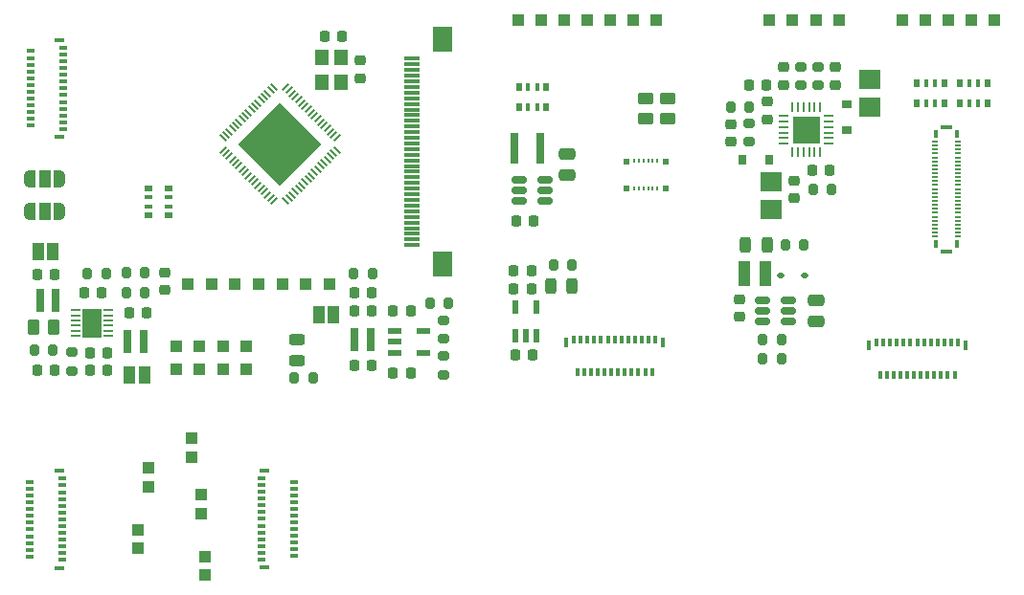
<source format=gts>
G04 #@! TF.GenerationSoftware,KiCad,Pcbnew,7.0.8*
G04 #@! TF.CreationDate,2023-11-02T14:20:24+02:00*
G04 #@! TF.ProjectId,ssd2828_board,73736432-3832-4385-9f62-6f6172642e6b,rev?*
G04 #@! TF.SameCoordinates,Original*
G04 #@! TF.FileFunction,Soldermask,Top*
G04 #@! TF.FilePolarity,Negative*
%FSLAX46Y46*%
G04 Gerber Fmt 4.6, Leading zero omitted, Abs format (unit mm)*
G04 Created by KiCad (PCBNEW 7.0.8) date 2023-11-02 14:20:24*
%MOMM*%
%LPD*%
G01*
G04 APERTURE LIST*
G04 Aperture macros list*
%AMRoundRect*
0 Rectangle with rounded corners*
0 $1 Rounding radius*
0 $2 $3 $4 $5 $6 $7 $8 $9 X,Y pos of 4 corners*
0 Add a 4 corners polygon primitive as box body*
4,1,4,$2,$3,$4,$5,$6,$7,$8,$9,$2,$3,0*
0 Add four circle primitives for the rounded corners*
1,1,$1+$1,$2,$3*
1,1,$1+$1,$4,$5*
1,1,$1+$1,$6,$7*
1,1,$1+$1,$8,$9*
0 Add four rect primitives between the rounded corners*
20,1,$1+$1,$2,$3,$4,$5,0*
20,1,$1+$1,$4,$5,$6,$7,0*
20,1,$1+$1,$6,$7,$8,$9,0*
20,1,$1+$1,$8,$9,$2,$3,0*%
%AMRotRect*
0 Rectangle, with rotation*
0 The origin of the aperture is its center*
0 $1 length*
0 $2 width*
0 $3 Rotation angle, in degrees counterclockwise*
0 Add horizontal line*
21,1,$1,$2,0,0,$3*%
%AMFreePoly0*
4,1,33,0.550000,-0.750000,0.000000,-0.750000,0.000000,-0.749013,-0.031395,-0.749013,-0.093691,-0.741144,-0.154508,-0.725528,-0.212890,-0.702414,-0.267913,-0.672164,-0.318712,-0.635257,-0.364484,-0.592274,-0.404508,-0.543893,-0.438153,-0.490877,-0.464888,-0.434062,-0.484292,-0.374345,-0.496057,-0.312667,-0.500000,-0.250000,-0.500000,0.250000,-0.496057,0.312667,-0.484292,0.374345,-0.464888,0.434062,
-0.438153,0.490877,-0.404508,0.543893,-0.364484,0.592274,-0.318712,0.635257,-0.267913,0.672164,-0.212890,0.702414,-0.154508,0.725528,-0.093691,0.741144,-0.031395,0.749013,0.000000,0.749013,0.000000,0.750000,0.550000,0.750000,0.550000,-0.750000,0.550000,-0.750000,$1*%
%AMFreePoly1*
4,1,33,0.000000,0.749013,0.031395,0.749013,0.093691,0.741144,0.154508,0.725528,0.212890,0.702414,0.267913,0.672164,0.318712,0.635257,0.364484,0.592274,0.404508,0.543893,0.438153,0.490877,0.464888,0.434062,0.484292,0.374345,0.496057,0.312667,0.500000,0.250000,0.500000,-0.250000,0.496057,-0.312667,0.484292,-0.374345,0.464888,-0.434062,0.438153,-0.490877,0.404508,-0.543893,
0.364484,-0.592274,0.318712,-0.635257,0.267913,-0.672164,0.212890,-0.702414,0.154508,-0.725528,0.093691,-0.741144,0.031395,-0.749013,0.000000,-0.749013,0.000000,-0.750000,-0.550000,-0.750000,-0.550000,0.750000,0.000000,0.750000,0.000000,0.749013,0.000000,0.749013,$1*%
G04 Aperture macros list end*
%ADD10R,1.000000X1.000000*%
%ADD11R,1.000000X2.200000*%
%ADD12R,1.870000X1.720000*%
%ADD13R,1.000000X1.500000*%
%ADD14RoundRect,0.225000X0.225000X0.250000X-0.225000X0.250000X-0.225000X-0.250000X0.225000X-0.250000X0*%
%ADD15R,0.600000X1.200000*%
%ADD16RoundRect,0.200000X0.275000X-0.200000X0.275000X0.200000X-0.275000X0.200000X-0.275000X-0.200000X0*%
%ADD17RoundRect,0.200000X-0.275000X0.200000X-0.275000X-0.200000X0.275000X-0.200000X0.275000X0.200000X0*%
%ADD18RoundRect,0.225000X-0.225000X-0.250000X0.225000X-0.250000X0.225000X0.250000X-0.225000X0.250000X0*%
%ADD19RoundRect,0.150000X-0.512500X-0.150000X0.512500X-0.150000X0.512500X0.150000X-0.512500X0.150000X0*%
%ADD20RoundRect,0.225000X0.250000X-0.225000X0.250000X0.225000X-0.250000X0.225000X-0.250000X-0.225000X0*%
%ADD21R,0.500000X0.800000*%
%ADD22R,0.400000X0.800000*%
%ADD23RoundRect,0.250000X-0.262500X-0.450000X0.262500X-0.450000X0.262500X0.450000X-0.262500X0.450000X0*%
%ADD24RoundRect,0.200000X-0.200000X-0.275000X0.200000X-0.275000X0.200000X0.275000X-0.200000X0.275000X0*%
%ADD25R,0.800000X0.300000*%
%ADD26R,0.650000X0.300000*%
%ADD27R,0.950000X0.400000*%
%ADD28R,1.200000X0.600000*%
%ADD29RoundRect,0.050000X-0.291682X0.220971X0.220971X-0.291682X0.291682X-0.220971X-0.220971X0.291682X0*%
%ADD30RoundRect,0.050000X-0.291682X-0.220971X-0.220971X-0.291682X0.291682X0.220971X0.220971X0.291682X0*%
%ADD31RotRect,5.200000X5.200000X315.000000*%
%ADD32RoundRect,0.200000X0.200000X0.275000X-0.200000X0.275000X-0.200000X-0.275000X0.200000X-0.275000X0*%
%ADD33RoundRect,0.225000X-0.250000X0.225000X-0.250000X-0.225000X0.250000X-0.225000X0.250000X0.225000X0*%
%ADD34R,1.200000X1.400000*%
%ADD35R,0.300000X0.800000*%
%ADD36R,0.300000X0.650000*%
%ADD37R,0.400000X0.950000*%
%ADD38RoundRect,0.243750X0.456250X-0.243750X0.456250X0.243750X-0.456250X0.243750X-0.456250X-0.243750X0*%
%ADD39R,0.700000X2.000000*%
%ADD40R,0.800000X0.500000*%
%ADD41R,0.800000X0.400000*%
%ADD42R,0.900000X0.800000*%
%ADD43FreePoly0,0.000000*%
%ADD44FreePoly1,0.000000*%
%ADD45R,0.240000X0.450000*%
%ADD46R,0.500000X0.470000*%
%ADD47RoundRect,0.050000X-0.350000X-0.050000X0.350000X-0.050000X0.350000X0.050000X-0.350000X0.050000X0*%
%ADD48R,1.700000X2.500000*%
%ADD49R,0.800000X2.700000*%
%ADD50RoundRect,0.250000X-0.475000X0.250000X-0.475000X-0.250000X0.475000X-0.250000X0.475000X0.250000X0*%
%ADD51RoundRect,0.250000X-0.450000X0.262500X-0.450000X-0.262500X0.450000X-0.262500X0.450000X0.262500X0*%
%ADD52R,0.467000X0.180000*%
%ADD53R,1.000000X0.300000*%
%ADD54R,0.350000X0.800000*%
%ADD55R,0.800000X0.900000*%
%ADD56RoundRect,0.112500X0.187500X0.112500X-0.187500X0.112500X-0.187500X-0.112500X0.187500X-0.112500X0*%
%ADD57R,1.800000X2.200000*%
%ADD58R,1.400000X0.300000*%
%ADD59RoundRect,0.243750X0.243750X0.456250X-0.243750X0.456250X-0.243750X-0.456250X0.243750X-0.456250X0*%
%ADD60RoundRect,0.062500X0.062500X-0.325000X0.062500X0.325000X-0.062500X0.325000X-0.062500X-0.325000X0*%
%ADD61RoundRect,0.062500X0.325000X-0.062500X0.325000X0.062500X-0.325000X0.062500X-0.325000X-0.062500X0*%
%ADD62R,2.450000X2.450000*%
%ADD63R,0.650000X2.000000*%
G04 APERTURE END LIST*
D10*
X69494400Y-99999800D03*
X69494400Y-101625400D03*
X63500000Y-99263200D03*
X63500000Y-97612200D03*
X69088000Y-96164400D03*
X69088000Y-94513400D03*
X64465200Y-93802200D03*
X64465200Y-92100400D03*
X68275200Y-91160600D03*
X68300600Y-89484200D03*
D11*
X117109200Y-74955400D03*
X119009200Y-74955400D03*
D12*
X128219200Y-57723400D03*
X128219200Y-60183400D03*
X119532400Y-69276600D03*
X119532400Y-66816600D03*
D13*
X54722000Y-73025000D03*
X56022000Y-73025000D03*
D10*
X101219000Y-52463200D03*
D14*
X87643000Y-83705200D03*
X86093000Y-83705200D03*
D15*
X96890000Y-80420999D03*
X97840000Y-80420999D03*
X98790000Y-80420999D03*
X98790000Y-77920999D03*
X96890000Y-77920999D03*
D10*
X76276200Y-75856600D03*
D16*
X90514000Y-80720200D03*
X90514000Y-79070200D03*
D17*
X117525800Y-61633600D03*
X117525800Y-63283600D03*
D10*
X66878200Y-81343000D03*
X73126600Y-81343000D03*
D18*
X96760200Y-76249999D03*
X98310200Y-76249999D03*
X59296000Y-81972600D03*
X60846000Y-81972600D03*
D10*
X103251000Y-52463200D03*
D18*
X82638600Y-78257400D03*
X84188600Y-78257400D03*
D10*
X123444000Y-52463200D03*
D19*
X97213399Y-66628800D03*
X97213399Y-67578800D03*
X97213399Y-68528800D03*
X99488399Y-68528800D03*
X99488399Y-67578800D03*
X99488399Y-66628800D03*
D14*
X81599605Y-53961800D03*
X80049605Y-53961800D03*
D20*
X120573800Y-58229800D03*
X120573800Y-56679800D03*
D21*
X97225000Y-60195800D03*
D22*
X98025000Y-60195800D03*
X98825000Y-60195800D03*
D21*
X99625000Y-60195800D03*
X99625000Y-58395800D03*
D22*
X98825000Y-58395800D03*
X98025000Y-58395800D03*
D21*
X97225000Y-58395800D03*
D17*
X123621800Y-56629800D03*
X123621800Y-58279800D03*
D23*
X54291500Y-79686600D03*
X56116500Y-79686600D03*
D24*
X115913400Y-60172600D03*
X117563400Y-60172600D03*
D18*
X82638600Y-83083400D03*
X84188600Y-83083400D03*
D25*
X74469000Y-100249000D03*
D26*
X77343000Y-99949000D03*
D25*
X74469000Y-99649000D03*
D26*
X77343000Y-99349000D03*
D25*
X74469000Y-99049000D03*
D26*
X77343000Y-98749000D03*
D25*
X74469000Y-98449000D03*
D26*
X77343000Y-98149000D03*
D25*
X74469000Y-97849000D03*
D26*
X77343000Y-97549000D03*
D25*
X74469000Y-97249000D03*
D26*
X77343000Y-96949000D03*
D25*
X74469000Y-96649000D03*
D26*
X77343000Y-96349000D03*
D25*
X74469000Y-96049000D03*
D26*
X77343000Y-95749000D03*
D25*
X74469000Y-95449000D03*
D26*
X77343000Y-95149000D03*
D25*
X74469000Y-94849000D03*
D26*
X77343000Y-94549000D03*
D25*
X74469000Y-94249000D03*
D26*
X77343000Y-93949000D03*
D25*
X74469000Y-93649000D03*
D26*
X77343000Y-93349000D03*
D25*
X74469000Y-93049000D03*
D27*
X74743000Y-100949000D03*
X74743000Y-92349000D03*
D10*
X139192000Y-52463200D03*
D28*
X86236000Y-80022200D03*
X86236000Y-80972200D03*
X86236000Y-81922200D03*
X88736000Y-81922200D03*
X88736000Y-80022200D03*
D10*
X70027800Y-75856600D03*
X78359000Y-75856600D03*
X71043800Y-83425800D03*
D24*
X62510800Y-74860600D03*
X64160800Y-74860600D03*
D29*
X75551509Y-58422786D03*
X75268666Y-58705629D03*
X74985823Y-58988472D03*
X74702981Y-59271314D03*
X74420138Y-59554157D03*
X74137295Y-59837000D03*
X73854452Y-60119843D03*
X73571610Y-60402685D03*
X73288767Y-60685528D03*
X73005924Y-60968371D03*
X72723082Y-61251213D03*
X72440239Y-61534056D03*
X72157396Y-61816899D03*
X71874553Y-62099742D03*
X71591711Y-62382584D03*
X71308868Y-62665427D03*
X71026025Y-62948270D03*
D30*
X71026025Y-63991252D03*
X71308868Y-64274095D03*
X71591711Y-64556938D03*
X71874553Y-64839780D03*
X72157396Y-65122623D03*
X72440239Y-65405466D03*
X72723082Y-65688309D03*
X73005924Y-65971151D03*
X73288767Y-66253994D03*
X73571610Y-66536837D03*
X73854452Y-66819679D03*
X74137295Y-67102522D03*
X74420138Y-67385365D03*
X74702981Y-67668208D03*
X74985823Y-67951050D03*
X75268666Y-68233893D03*
X75551509Y-68516736D03*
D29*
X76594491Y-68516736D03*
X76877334Y-68233893D03*
X77160177Y-67951050D03*
X77443019Y-67668208D03*
X77725862Y-67385365D03*
X78008705Y-67102522D03*
X78291548Y-66819679D03*
X78574390Y-66536837D03*
X78857233Y-66253994D03*
X79140076Y-65971151D03*
X79422918Y-65688309D03*
X79705761Y-65405466D03*
X79988604Y-65122623D03*
X80271447Y-64839780D03*
X80554289Y-64556938D03*
X80837132Y-64274095D03*
X81119975Y-63991252D03*
D30*
X81119975Y-62948270D03*
X80837132Y-62665427D03*
X80554289Y-62382584D03*
X80271447Y-62099742D03*
X79988604Y-61816899D03*
X79705761Y-61534056D03*
X79422918Y-61251213D03*
X79140076Y-60968371D03*
X78857233Y-60685528D03*
X78574390Y-60402685D03*
X78291548Y-60119843D03*
X78008705Y-59837000D03*
X77725862Y-59554157D03*
X77443019Y-59271314D03*
X77160177Y-58988472D03*
X76877334Y-58705629D03*
X76594491Y-58422786D03*
D31*
X76073000Y-63469761D03*
D32*
X90995000Y-77583800D03*
X89345000Y-77583800D03*
D18*
X86093000Y-78244200D03*
X87643000Y-78244200D03*
D13*
X62809601Y-83921600D03*
X64109601Y-83921600D03*
D33*
X125145800Y-56679800D03*
X125145800Y-58229800D03*
D10*
X119329200Y-52476400D03*
D33*
X115976400Y-61683600D03*
X115976400Y-63233600D03*
D10*
X105283000Y-52463200D03*
D24*
X123203200Y-67487800D03*
X124853200Y-67487800D03*
D34*
X81495000Y-58008200D03*
X81495000Y-55808200D03*
X79795000Y-55808200D03*
X79795000Y-58008200D03*
D35*
X128813000Y-81038200D03*
D36*
X129113000Y-83912200D03*
D35*
X129413000Y-81038200D03*
D36*
X129713000Y-83912200D03*
D35*
X130013000Y-81038200D03*
D36*
X130313000Y-83912200D03*
D35*
X130613000Y-81038200D03*
D36*
X130913000Y-83912200D03*
D35*
X131213000Y-81038200D03*
D36*
X131513000Y-83912200D03*
D35*
X131813000Y-81038200D03*
D36*
X132113000Y-83912200D03*
D35*
X132413000Y-81038200D03*
D36*
X132713000Y-83912200D03*
D35*
X133013000Y-81038200D03*
D36*
X133313000Y-83912200D03*
D35*
X133613000Y-81038200D03*
D36*
X133913000Y-83912200D03*
D35*
X134213000Y-81038200D03*
D36*
X134513000Y-83912200D03*
D35*
X134813000Y-81038200D03*
D36*
X135113000Y-83912200D03*
D35*
X135413000Y-81038200D03*
D36*
X135713000Y-83912200D03*
D35*
X136013000Y-81038200D03*
D37*
X128113000Y-81312200D03*
X136713000Y-81312200D03*
D38*
X77622400Y-82623900D03*
X77622400Y-80748900D03*
D32*
X60704500Y-74962200D03*
X59054500Y-74962200D03*
D39*
X84138600Y-80797400D03*
X82688600Y-80797400D03*
D10*
X74193400Y-75856600D03*
X66878200Y-83425800D03*
D40*
X64439800Y-67373000D03*
D41*
X64439800Y-68173000D03*
X64439800Y-68973000D03*
D40*
X64439800Y-69773000D03*
X66239800Y-69773000D03*
D41*
X66239800Y-68973000D03*
X66239800Y-68173000D03*
D40*
X66239800Y-67373000D03*
D42*
X126161800Y-59911600D03*
X126161800Y-62211600D03*
D43*
X53995800Y-66519300D03*
D13*
X55295800Y-66519300D03*
D44*
X56595800Y-66519300D03*
D18*
X59296000Y-83496600D03*
X60846000Y-83496600D03*
D24*
X118758200Y-80784200D03*
X120408200Y-80784200D03*
D18*
X96760200Y-74700599D03*
X98310200Y-74700599D03*
D45*
X107423000Y-67404200D03*
X107423000Y-64954200D03*
X107823000Y-67404200D03*
X107823000Y-64954200D03*
X108223000Y-67404200D03*
X108223000Y-64954200D03*
X108623000Y-67404200D03*
X108623000Y-64954200D03*
X109023000Y-67404200D03*
X109023000Y-64954200D03*
X109423000Y-67404200D03*
X109423000Y-64954200D03*
D46*
X106673000Y-67374200D03*
X106673000Y-64984200D03*
X110173000Y-67374200D03*
X110173000Y-64984200D03*
D10*
X80441800Y-75856600D03*
D47*
X57992800Y-78170600D03*
X57992800Y-78620600D03*
X57992800Y-79070600D03*
X57992800Y-79520600D03*
X57992800Y-79970600D03*
X57992800Y-80420600D03*
X60892800Y-80420600D03*
X60892800Y-79970600D03*
X60892800Y-79520600D03*
X60892800Y-79070600D03*
X60892800Y-78620600D03*
X60892800Y-78170600D03*
D48*
X59442800Y-79295600D03*
D43*
X53995800Y-69405000D03*
D13*
X55295800Y-69405000D03*
D44*
X56595800Y-69405000D03*
D17*
X57683400Y-81889600D03*
X57683400Y-83539600D03*
D49*
X99092400Y-63881000D03*
X96792400Y-63881000D03*
D10*
X133096000Y-52463200D03*
D18*
X82638600Y-76606400D03*
X84188600Y-76606400D03*
D10*
X72110600Y-75856600D03*
X71043800Y-81343000D03*
D50*
X123444000Y-77294200D03*
X123444000Y-79194200D03*
D51*
X108397600Y-59399300D03*
X108397600Y-61224300D03*
D33*
X83185000Y-56082400D03*
X83185000Y-57632400D03*
D10*
X131064000Y-52463200D03*
D25*
X56896000Y-54941200D03*
D26*
X54022000Y-55241200D03*
D25*
X56896000Y-55541200D03*
D26*
X54022000Y-55841200D03*
D25*
X56896000Y-56141200D03*
D26*
X54022000Y-56441200D03*
D25*
X56896000Y-56741200D03*
D26*
X54022000Y-57041200D03*
D25*
X56896000Y-57341200D03*
D26*
X54022000Y-57641200D03*
D25*
X56896000Y-57941200D03*
D26*
X54022000Y-58241200D03*
D25*
X56896000Y-58541200D03*
D26*
X54022000Y-58841200D03*
D25*
X56896000Y-59141200D03*
D26*
X54022000Y-59441200D03*
D25*
X56896000Y-59741200D03*
D26*
X54022000Y-60041200D03*
D25*
X56896000Y-60341200D03*
D26*
X54022000Y-60641200D03*
D25*
X56896000Y-60941200D03*
D26*
X54022000Y-61241200D03*
D25*
X56896000Y-61541200D03*
D26*
X54022000Y-61841200D03*
D25*
X56896000Y-62141200D03*
D27*
X56622000Y-54241200D03*
X56622000Y-62841200D03*
D14*
X119062800Y-58216800D03*
X117512800Y-58216800D03*
D20*
X119151400Y-61277800D03*
X119151400Y-59727800D03*
D10*
X67945000Y-75856600D03*
D39*
X62610800Y-80956600D03*
X64060800Y-80956600D03*
D52*
X136005000Y-71649200D03*
X133997000Y-71649200D03*
X136005000Y-71299200D03*
X133997000Y-71299200D03*
X136005000Y-70949200D03*
X133997000Y-70949200D03*
X136005000Y-70599200D03*
X133997000Y-70599200D03*
X136005000Y-70249200D03*
X133997000Y-70249200D03*
X136005000Y-69899200D03*
X133997000Y-69899200D03*
X136005000Y-69549200D03*
X133997000Y-69549200D03*
X136005000Y-69199200D03*
X133997000Y-69199200D03*
X136005000Y-68849200D03*
X133997000Y-68849200D03*
X136005000Y-68499200D03*
X133997000Y-68499200D03*
X136005000Y-68149200D03*
X133997000Y-68149200D03*
X136005000Y-67799200D03*
X133997000Y-67799200D03*
X136005000Y-67449200D03*
X133997000Y-67449200D03*
X136005000Y-67099200D03*
X133997000Y-67099200D03*
X136005000Y-66749200D03*
X133997000Y-66749200D03*
X136005000Y-66399200D03*
X133997000Y-66399200D03*
X136005000Y-66049200D03*
X133997000Y-66049200D03*
X136005000Y-65699200D03*
X133997000Y-65699200D03*
X136005000Y-65349200D03*
X133997000Y-65349200D03*
X136005000Y-64999200D03*
X133997000Y-64999200D03*
X136005000Y-64649200D03*
X133997000Y-64649200D03*
X136005000Y-64299200D03*
X133997000Y-64299200D03*
X136005000Y-63949200D03*
X133997000Y-63949200D03*
X136005000Y-63599200D03*
X133997000Y-63599200D03*
X136005000Y-63249200D03*
X133997000Y-63249200D03*
D53*
X135001000Y-72959200D03*
X135001000Y-61939200D03*
D54*
X134066000Y-72349200D03*
X134066000Y-62549200D03*
X135936000Y-62549200D03*
X135936000Y-72349200D03*
D35*
X102064000Y-80784200D03*
D36*
X102364000Y-83658200D03*
D35*
X102664000Y-80784200D03*
D36*
X102964000Y-83658200D03*
D35*
X103264000Y-80784200D03*
D36*
X103564000Y-83658200D03*
D35*
X103864000Y-80784200D03*
D36*
X104164000Y-83658200D03*
D35*
X104464000Y-80784200D03*
D36*
X104764000Y-83658200D03*
D35*
X105064000Y-80784200D03*
D36*
X105364000Y-83658200D03*
D35*
X105664000Y-80784200D03*
D36*
X105964000Y-83658200D03*
D35*
X106264000Y-80784200D03*
D36*
X106564000Y-83658200D03*
D35*
X106864000Y-80784200D03*
D36*
X107164000Y-83658200D03*
D35*
X107464000Y-80784200D03*
D36*
X107764000Y-83658200D03*
D35*
X108064000Y-80784200D03*
D36*
X108364000Y-83658200D03*
D35*
X108664000Y-80784200D03*
D36*
X108964000Y-83658200D03*
D35*
X109264000Y-80784200D03*
D37*
X101364000Y-81058200D03*
X109964000Y-81058200D03*
D10*
X99187000Y-52463200D03*
X107315000Y-52463200D03*
D18*
X58750800Y-76638600D03*
X60300800Y-76638600D03*
D55*
X116985400Y-64897000D03*
X119285400Y-64897000D03*
D10*
X68961000Y-83425800D03*
X135128000Y-52463200D03*
D32*
X79006200Y-84201000D03*
X77356200Y-84201000D03*
D18*
X54632200Y-83496600D03*
X56182200Y-83496600D03*
D50*
X101473000Y-64328000D03*
X101473000Y-66228000D03*
D10*
X73126600Y-83425800D03*
D20*
X65875800Y-76397600D03*
X65875800Y-74847600D03*
D56*
X122462000Y-75069200D03*
X120362000Y-75069200D03*
D25*
X56845100Y-93079200D03*
D26*
X53971100Y-93379200D03*
D25*
X56845100Y-93679200D03*
D26*
X53971100Y-93979200D03*
D25*
X56845100Y-94279200D03*
D26*
X53971100Y-94579200D03*
D25*
X56845100Y-94879200D03*
D26*
X53971100Y-95179200D03*
D25*
X56845100Y-95479200D03*
D26*
X53971100Y-95779200D03*
D25*
X56845100Y-96079200D03*
D26*
X53971100Y-96379200D03*
D25*
X56845100Y-96679200D03*
D26*
X53971100Y-96979200D03*
D25*
X56845100Y-97279200D03*
D26*
X53971100Y-97579200D03*
D25*
X56845100Y-97879200D03*
D26*
X53971100Y-98179200D03*
D25*
X56845100Y-98479200D03*
D26*
X53971100Y-98779200D03*
D25*
X56845100Y-99079200D03*
D26*
X53971100Y-99379200D03*
D25*
X56845100Y-99679200D03*
D26*
X53971100Y-99979200D03*
D25*
X56845100Y-100279200D03*
D27*
X56571100Y-92379200D03*
X56571100Y-100979200D03*
D10*
X68961000Y-81343000D03*
D19*
X118750500Y-77294200D03*
X118750500Y-78244200D03*
X118750500Y-79194200D03*
X121025500Y-79194200D03*
X121025500Y-78244200D03*
X121025500Y-77294200D03*
D10*
X97155000Y-52463200D03*
D18*
X54622400Y-75043800D03*
X56172400Y-75043800D03*
D57*
X90472000Y-74112000D03*
X90472000Y-54212000D03*
D58*
X87757000Y-72412000D03*
X87757000Y-71912000D03*
X87757000Y-71412000D03*
X87757000Y-70912000D03*
X87757000Y-70412000D03*
X87757000Y-69912000D03*
X87757000Y-69412000D03*
X87757000Y-68912000D03*
X87757000Y-68412000D03*
X87757000Y-67912000D03*
X87757000Y-67412000D03*
X87757000Y-66912000D03*
X87757000Y-66412000D03*
X87757000Y-65912000D03*
X87757000Y-65412000D03*
X87757000Y-64912000D03*
X87757000Y-64412000D03*
X87757000Y-63912000D03*
X87757000Y-63412000D03*
X87757000Y-62912000D03*
X87757000Y-62412000D03*
X87757000Y-61912000D03*
X87757000Y-61412000D03*
X87757000Y-60912000D03*
X87757000Y-60412000D03*
X87757000Y-59912000D03*
X87757000Y-59412000D03*
X87757000Y-58912000D03*
X87757000Y-58412000D03*
X87757000Y-57912000D03*
X87757000Y-57412000D03*
X87757000Y-56912000D03*
X87757000Y-56412000D03*
X87757000Y-55912000D03*
D21*
X136214000Y-59880000D03*
D22*
X137014000Y-59880000D03*
X137814000Y-59880000D03*
D21*
X138614000Y-59880000D03*
X138614000Y-58080000D03*
D22*
X137814000Y-58080000D03*
X137014000Y-58080000D03*
D21*
X136214000Y-58080000D03*
D32*
X122389400Y-72364600D03*
X120739400Y-72364600D03*
D20*
X116713000Y-78765200D03*
X116713000Y-77215200D03*
D24*
X100241600Y-74193400D03*
X101891600Y-74193400D03*
D16*
X90514000Y-83895200D03*
X90514000Y-82245200D03*
D59*
X119123700Y-72390000D03*
X117248700Y-72390000D03*
D10*
X109347000Y-52463200D03*
D59*
X101877100Y-75996800D03*
X100002100Y-75996800D03*
D14*
X98412600Y-82143600D03*
X96862600Y-82143600D03*
D10*
X125476000Y-52463200D03*
X121386600Y-52476400D03*
D16*
X122097800Y-58279800D03*
X122097800Y-56629800D03*
D10*
X137160000Y-52463200D03*
D51*
X110363000Y-59397400D03*
X110363000Y-61222400D03*
D32*
X120408200Y-82435200D03*
X118758200Y-82435200D03*
D60*
X121348600Y-64184900D03*
X121848600Y-64184900D03*
X122348600Y-64184900D03*
X122848600Y-64184900D03*
X123348600Y-64184900D03*
X123848600Y-64184900D03*
D61*
X124586100Y-63447400D03*
X124586100Y-62947400D03*
X124586100Y-62447400D03*
X124586100Y-61947400D03*
X124586100Y-61447400D03*
X124586100Y-60947400D03*
D60*
X123848600Y-60209900D03*
X123348600Y-60209900D03*
X122848600Y-60209900D03*
X122348600Y-60209900D03*
X121848600Y-60209900D03*
X121348600Y-60209900D03*
D61*
X120611100Y-60947400D03*
X120611100Y-61447400D03*
X120611100Y-61947400D03*
X120611100Y-62447400D03*
X120611100Y-62947400D03*
X120611100Y-63447400D03*
D62*
X122598600Y-62197400D03*
D63*
X56275600Y-77279000D03*
X54925600Y-77279000D03*
D32*
X56029000Y-81718600D03*
X54379000Y-81718600D03*
X84264000Y-74930000D03*
X82614000Y-74930000D03*
X64160800Y-76638600D03*
X62510800Y-76638600D03*
D14*
X64300400Y-78422000D03*
X62750400Y-78422000D03*
D13*
X80822800Y-78587600D03*
X79522800Y-78587600D03*
D14*
X98539600Y-70281801D03*
X96989600Y-70281801D03*
D20*
X121564400Y-68262800D03*
X121564400Y-66712800D03*
D18*
X123126200Y-65760600D03*
X124676200Y-65760600D03*
D21*
X132404000Y-59880000D03*
D22*
X133204000Y-59880000D03*
X134004000Y-59880000D03*
D21*
X134804000Y-59880000D03*
X134804000Y-58080000D03*
D22*
X134004000Y-58080000D03*
X133204000Y-58080000D03*
D21*
X132404000Y-58080000D03*
M02*

</source>
